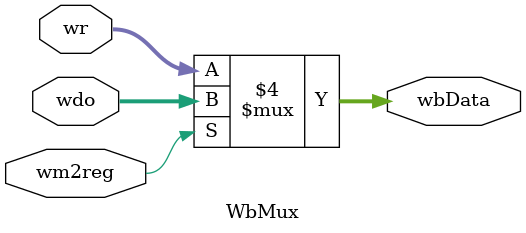
<source format=v>
`timescale 1ns / 1ps


module WbMux(input [31:0] wr, input [31:0] wdo, input wm2reg, output reg [31:0] wbData);
always @ (*)
  begin
    if (wm2reg == 0) begin
      wbData = wr;
      end 
    else begin
      wbData = wdo;
    end
  end
endmodule

</source>
